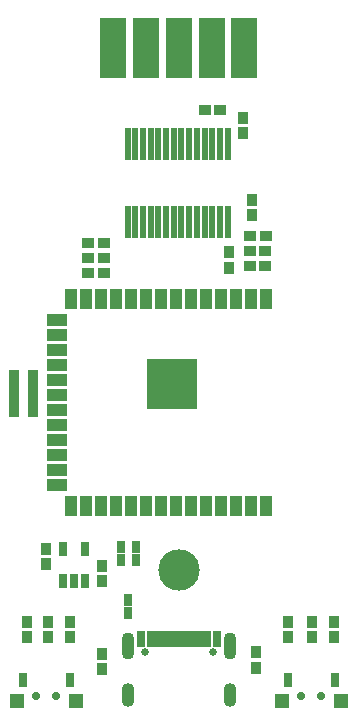
<source format=gbr>
G04 DipTrace 3.3.1.3*
G04 TopMask.gbr*
%MOIN*%
G04 #@! TF.FileFunction,Soldermask,Top*
G04 #@! TF.Part,Single*
%ADD52C,0.025591*%
%ADD53C,0.027559*%
%ADD54C,0.137795*%
%ADD62R,0.035433X0.019685*%
%ADD64R,0.023622X0.106299*%
%ADD66R,0.165354X0.165354*%
%ADD68R,0.066929X0.043307*%
%ADD70R,0.043307X0.066929*%
%ADD72R,0.047244X0.051181*%
%ADD74R,0.031496X0.051181*%
%ADD76R,0.086614X0.204724*%
%ADD82O,0.043307X0.090551*%
%ADD84O,0.043307X0.07874*%
%ADD86R,0.031496X0.052756*%
%ADD88R,0.019685X0.052756*%
%ADD90R,0.031496X0.03937*%
%ADD92R,0.043307X0.035433*%
%ADD94R,0.035433X0.043307*%
%FSLAX26Y26*%
G04*
G70*
G90*
G75*
G01*
G04 TopMask*
%LPD*%
D94*
X1193701Y2374950D3*
Y2323769D3*
X1224951Y2049950D3*
Y2101131D3*
D92*
X1218702Y1931201D3*
X1269883D3*
X1219293Y1981790D3*
X1270474D3*
X1118701Y2399950D3*
X1067520D3*
D94*
X724951Y831201D3*
Y882382D3*
X537451Y937450D3*
Y886269D3*
D90*
X837451Y943699D3*
Y900392D3*
X787451Y943699D3*
Y900392D3*
X812450Y724950D3*
Y768257D3*
D94*
X1424950Y643109D3*
Y694290D3*
X543701Y643110D3*
Y694291D3*
D88*
X912444Y638189D3*
X932129D3*
X951814D3*
X971499D3*
X991184D3*
X1010869D3*
X1030554D3*
X1050239D3*
D86*
X1075830D3*
X1107326D3*
X855357D3*
X886853D3*
D84*
X811263Y451181D3*
X1151420D3*
D82*
X811263Y615748D3*
X1151420D3*
D52*
X867562Y596063D3*
X1095121D3*
D76*
X1199311Y2608688D3*
X1090256D3*
X981201D3*
X872146D3*
X763091D3*
D94*
X724941Y587450D3*
Y536269D3*
X1237451Y593699D3*
Y542518D3*
X618701Y694290D3*
Y643109D3*
X1343701D3*
Y694290D3*
X474950Y643110D3*
Y694291D3*
X1499951Y694290D3*
Y643109D3*
D92*
X731201Y1956199D3*
X680020D3*
X731201Y1906201D3*
X680020D3*
X731201Y1856199D3*
X680020D3*
D74*
X618681Y499950D3*
X461201D3*
D72*
X638366Y431052D3*
X441516D3*
D53*
X573406Y448769D3*
X506476D3*
D70*
X1271574Y1770538D3*
X1221574D3*
X1171574D3*
X1121574D3*
X1071574D3*
X1021574D3*
X971574D3*
X921574D3*
X871574D3*
X821574D3*
X771574D3*
X721574D3*
X671574D3*
X621574D3*
D68*
X573821Y1700723D3*
Y1650723D3*
Y1600723D3*
Y1550723D3*
Y1500723D3*
Y1450723D3*
Y1400723D3*
Y1350723D3*
Y1300723D3*
Y1250723D3*
D70*
X621614Y1081562D3*
X671614D3*
X721614D3*
X771614D3*
X821614D3*
X871614D3*
X921614D3*
X971614D3*
X1021614D3*
X1071614D3*
X1121614D3*
X1171614D3*
X1221614D3*
X1271614D3*
D66*
X959094Y1488570D3*
D68*
X573821Y1200723D3*
Y1150723D3*
D64*
X1143701Y2287450D3*
X1118110Y2287430D3*
X1092520Y2287434D3*
X1066929D3*
X1041339D3*
X1015748D3*
X990157D3*
X964567D3*
X938976D3*
X913386D3*
X887795D3*
X862205D3*
X836614D3*
X811024D3*
Y2028962D3*
X836614Y2028970D3*
X862205D3*
X887795D3*
X913386D3*
X938976D3*
X964567D3*
X990157D3*
X1015748D3*
X1041339D3*
X1066929D3*
X1092520D3*
X1118110Y2028966D3*
X1143701D3*
D74*
X593701Y831201D3*
X631102D3*
X668504D3*
Y937500D3*
X593701D3*
X1501201Y499950D3*
X1343720D3*
D72*
X1520886Y431052D3*
X1324035D3*
D53*
X1455925Y448769D3*
X1388996D3*
D62*
X431201Y1524950D3*
Y1505265D3*
Y1485580D3*
Y1465895D3*
Y1446210D3*
Y1426525D3*
Y1406840D3*
Y1387155D3*
X494193D3*
Y1406840D3*
Y1426525D3*
Y1446210D3*
Y1465895D3*
Y1485580D3*
Y1505265D3*
Y1524950D3*
D94*
X1149951Y1874950D3*
Y1926131D3*
D92*
X1218701Y1881201D3*
X1269882D3*
D54*
X981201Y868690D3*
M02*

</source>
